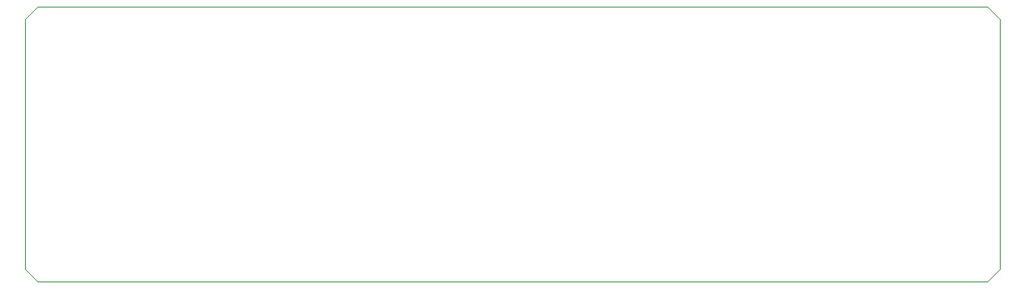
<source format=gm1>
G04 #@! TF.GenerationSoftware,KiCad,Pcbnew,(5.1.2-1)-1*
G04 #@! TF.CreationDate,2019-06-02T15:15:07+01:00*
G04 #@! TF.ProjectId,DRAM Board,4452414d-2042-46f6-9172-642e6b696361,rev?*
G04 #@! TF.SameCoordinates,Original*
G04 #@! TF.FileFunction,Profile,NP*
%FSLAX46Y46*%
G04 Gerber Fmt 4.6, Leading zero omitted, Abs format (unit mm)*
G04 Created by KiCad (PCBNEW (5.1.2-1)-1) date 2019-06-02 15:15:07*
%MOMM*%
%LPD*%
G04 APERTURE LIST*
%ADD10C,0.050000*%
G04 APERTURE END LIST*
D10*
X240030000Y-99060000D02*
X240030000Y-87630000D01*
X238760000Y-100330000D02*
X240030000Y-99060000D01*
X142240000Y-100330000D02*
X238760000Y-100330000D01*
X240030000Y-76835000D02*
X240030000Y-87630000D01*
X142240000Y-72390000D02*
X238760000Y-72390000D01*
X240030000Y-73660000D02*
X240030000Y-76835000D01*
X238760000Y-72390000D02*
X240030000Y-73660000D01*
X140970000Y-73660000D02*
X140970000Y-99060000D01*
X142240000Y-72390000D02*
X140970000Y-73660000D01*
X142240000Y-100330000D02*
X140970000Y-99060000D01*
M02*

</source>
